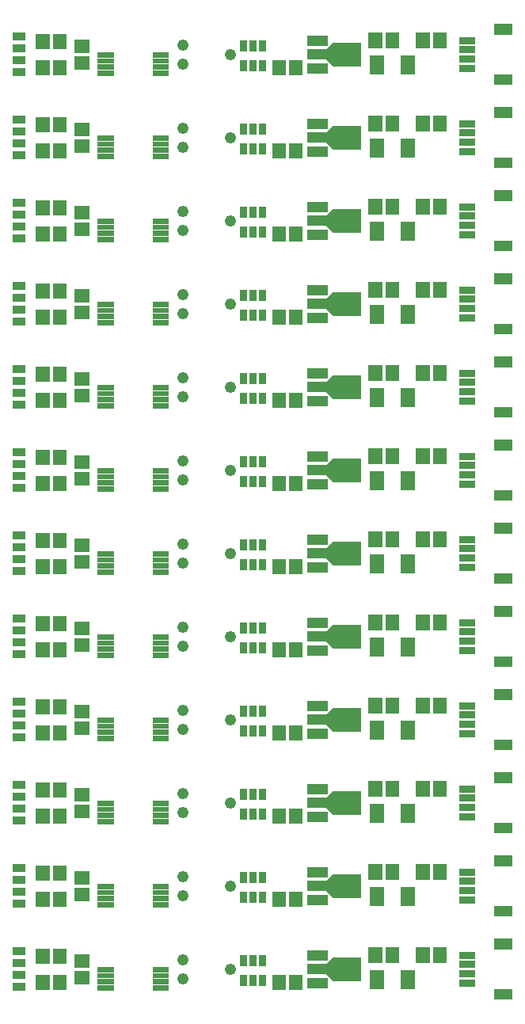
<source format=gbr>
G04 start of page 7 for group -4063 idx -4063 *
G04 Title: (unknown), componentmask *
G04 Creator: pcb 20140316 *
G04 CreationDate: Thu 02 Jul 2020 09:16:05 PM GMT UTC *
G04 For: railfan *
G04 Format: Gerber/RS-274X *
G04 PCB-Dimensions (mil): 2500.00 4300.00 *
G04 PCB-Coordinate-Origin: lower left *
%MOIN*%
%FSLAX25Y25*%
%LNTOPMASK*%
%ADD64R,0.0610X0.0610*%
%ADD63R,0.0300X0.0300*%
%ADD62R,0.0444X0.0444*%
%ADD61R,0.0296X0.0296*%
%ADD60C,0.0001*%
%ADD59R,0.1005X0.1005*%
%ADD58R,0.0438X0.0438*%
%ADD57R,0.0344X0.0344*%
%ADD56R,0.0230X0.0230*%
%ADD55R,0.0572X0.0572*%
%ADD54C,0.0490*%
G54D54*X121500Y302500D03*
Y267500D03*
Y232500D03*
Y197500D03*
X101500Y306500D03*
Y298500D03*
Y271500D03*
Y263500D03*
Y236500D03*
Y228500D03*
Y201500D03*
Y193500D03*
X121500Y372500D03*
X101500Y376500D03*
Y368500D03*
X121500Y337500D03*
X101500Y341500D03*
X121500Y407500D03*
X101500Y411500D03*
Y403500D03*
Y333500D03*
X121500Y162500D03*
Y127500D03*
Y92500D03*
Y57500D03*
X101500Y166500D03*
Y158500D03*
Y131500D03*
Y123500D03*
Y96500D03*
Y88500D03*
Y61500D03*
Y53500D03*
X121500Y22500D03*
X101500Y26500D03*
Y18500D03*
G54D55*X58607Y333957D02*X59393D01*
X58607Y341043D02*X59393D01*
X49543Y332393D02*Y331607D01*
Y343393D02*Y342607D01*
G54D56*X66583Y337338D02*X71189D01*
X67500D02*X70500D01*
X66583Y334779D02*X71189D01*
X67500D02*X70500D01*
X66583Y332221D02*X71189D01*
X67500D02*X70500D01*
X66583Y329662D02*X71189D01*
X67500D02*X70500D01*
G54D57*X31419Y330000D02*X33337D01*
G54D55*X42457Y332393D02*Y331607D01*
G54D57*X31419Y335000D02*X33337D01*
X31419Y340000D02*X33337D01*
X31419Y345000D02*X33337D01*
G54D55*X42457Y343393D02*Y342607D01*
X58607Y298957D02*X59393D01*
X58607Y306043D02*X59393D01*
X49543Y297393D02*Y296607D01*
Y308393D02*Y307607D01*
G54D56*X66583Y302338D02*X71189D01*
X67500D02*X70500D01*
X66583Y299779D02*X71189D01*
X67500D02*X70500D01*
X66583Y297221D02*X71189D01*
X67500D02*X70500D01*
X66583Y294662D02*X71189D01*
X67500D02*X70500D01*
G54D57*X31419Y295000D02*X33337D01*
X31419Y300000D02*X33337D01*
X31419Y305000D02*X33337D01*
X31419Y310000D02*X33337D01*
G54D55*X42457Y297393D02*Y296607D01*
Y308393D02*Y307607D01*
G54D58*X156016Y378406D02*X160110D01*
X156016Y372500D02*X167826D01*
X156016Y366594D02*X160110D01*
G54D55*X149043Y367393D02*Y366607D01*
X141957Y367393D02*Y366607D01*
G54D59*X169560Y372500D02*X171450D01*
G54D60*G36*
X161571Y374385D02*X164835Y377649D01*
X166679Y375805D01*
X163415Y372541D01*
X161571Y374385D01*
G37*
G36*
X163415Y372459D02*X166679Y369195D01*
X164835Y367351D01*
X161571Y370615D01*
X163415Y372459D01*
G37*
G54D61*X219130Y331594D02*X222870D01*
X219130Y335531D02*X222870D01*
X219130Y339469D02*X222870D01*
X219130Y343406D02*X222870D01*
G54D55*X202457Y343893D02*Y343107D01*
X209543Y343893D02*Y343107D01*
G54D62*X234632Y326919D02*X237880D01*
X234632Y313081D02*X237880D01*
G54D61*X219130Y296594D02*X222870D01*
X219130Y300531D02*X222870D01*
X219130Y304469D02*X222870D01*
X219130Y308406D02*X222870D01*
G54D62*X234632Y291919D02*X237880D01*
G54D58*X156016Y343406D02*X160110D01*
X156016Y337500D02*X167826D01*
G54D59*X169560D02*X171450D01*
G54D60*G36*
X161571Y339385D02*X164835Y342649D01*
X166679Y340805D01*
X163415Y337541D01*
X161571Y339385D01*
G37*
G36*
X163415Y337459D02*X166679Y334195D01*
X164835Y332351D01*
X161571Y335615D01*
X163415Y337459D01*
G37*
G54D58*X156016Y331594D02*X160110D01*
G54D55*X149043Y332393D02*Y331607D01*
X141957Y332393D02*Y331607D01*
G54D58*X156016Y308406D02*X160110D01*
X156016Y302500D02*X167826D01*
G54D59*X169560D02*X171450D01*
G54D60*G36*
X161571Y304385D02*X164835Y307649D01*
X166679Y305805D01*
X163415Y302541D01*
X161571Y304385D01*
G37*
G36*
X163415Y302459D02*X166679Y299195D01*
X164835Y297351D01*
X161571Y300615D01*
X163415Y302459D01*
G37*
G54D58*X156016Y296594D02*X160110D01*
G54D56*X89811Y364662D02*X94417D01*
X90500D02*X93500D01*
X89811Y367221D02*X94417D01*
X90500D02*X93500D01*
X89811Y329662D02*X94417D01*
X89811Y332221D02*X94417D01*
X90500Y329662D02*X93500D01*
X90500Y332221D02*X93500D01*
X89811Y334779D02*X94417D01*
X89811Y337338D02*X94417D01*
X90500Y334779D02*X93500D01*
X90500Y337338D02*X93500D01*
G54D63*X134900Y341800D02*Y340200D01*
X131000Y341800D02*Y340200D01*
X127100Y341800D02*Y340200D01*
Y333600D02*Y332000D01*
X131000Y333600D02*Y332000D01*
Y306800D02*Y305200D01*
X127100Y306800D02*Y305200D01*
Y298600D02*Y297000D01*
X131000Y298600D02*Y297000D01*
G54D57*X31419Y400000D02*X33337D01*
X31419Y405000D02*X33337D01*
X31419Y410000D02*X33337D01*
X31419Y415000D02*X33337D01*
G54D55*X42457Y413393D02*Y412607D01*
X49543Y413393D02*Y412607D01*
X42457Y402393D02*Y401607D01*
X49543Y402393D02*Y401607D01*
X58607Y403957D02*X59393D01*
X58607Y411043D02*X59393D01*
G54D56*X66583Y407338D02*X71189D01*
X66583Y404779D02*X71189D01*
X67500Y407338D02*X70500D01*
X67500Y404779D02*X70500D01*
X66583Y402221D02*X71189D01*
X66583Y399662D02*X71189D01*
X67500Y402221D02*X70500D01*
X67500Y399662D02*X70500D01*
G54D57*X31419Y365000D02*X33337D01*
X31419Y370000D02*X33337D01*
G54D55*X42457Y367393D02*Y366607D01*
Y378393D02*Y377607D01*
G54D57*X31419Y375000D02*X33337D01*
X31419Y380000D02*X33337D01*
G54D55*X58607Y368957D02*X59393D01*
X58607Y376043D02*X59393D01*
X49543Y367393D02*Y366607D01*
Y378393D02*Y377607D01*
G54D56*X66583Y372338D02*X71189D01*
X66583Y369779D02*X71189D01*
X67500Y372338D02*X70500D01*
X67500Y369779D02*X70500D01*
X66583Y367221D02*X71189D01*
X66583Y364662D02*X71189D01*
X67500Y367221D02*X70500D01*
X67500Y364662D02*X70500D01*
G54D64*X196000Y404000D02*Y402000D01*
X183000Y404000D02*Y402000D01*
G54D55*X182457Y413893D02*Y413107D01*
X189543Y413893D02*Y413107D01*
G54D64*X196000Y369000D02*Y367000D01*
X183000Y369000D02*Y367000D01*
G54D55*X189543Y378893D02*Y378107D01*
X182457Y378893D02*Y378107D01*
G54D64*X196000Y334000D02*Y332000D01*
Y299000D02*Y297000D01*
G54D55*X202457Y308893D02*Y308107D01*
X209543Y308893D02*Y308107D01*
G54D64*X183000Y334000D02*Y332000D01*
G54D55*X182457Y343893D02*Y343107D01*
X189543Y343893D02*Y343107D01*
G54D64*X183000Y299000D02*Y297000D01*
G54D55*X182457Y308893D02*Y308107D01*
X189543Y308893D02*Y308107D01*
G54D58*X156016Y413406D02*X160110D01*
X156016Y407500D02*X167826D01*
G54D59*X169560D02*X171450D01*
G54D60*G36*
X161571Y409385D02*X164835Y412649D01*
X166679Y410805D01*
X163415Y407541D01*
X161571Y409385D01*
G37*
G36*
X163415Y407459D02*X166679Y404195D01*
X164835Y402351D01*
X161571Y405615D01*
X163415Y407459D01*
G37*
G54D58*X156016Y401594D02*X160110D01*
G54D55*X149043Y402393D02*Y401607D01*
X141957Y402393D02*Y401607D01*
X149043Y297393D02*Y296607D01*
X141957Y297393D02*Y296607D01*
G54D61*X219130Y401594D02*X222870D01*
X219130Y405531D02*X222870D01*
X219130Y409469D02*X222870D01*
X219130Y413406D02*X222870D01*
G54D62*X234632Y396919D02*X237880D01*
X234632Y418081D02*X237880D01*
G54D55*X202457Y413893D02*Y413107D01*
X209543Y413893D02*Y413107D01*
G54D61*X219130Y366594D02*X222870D01*
X219130Y370531D02*X222870D01*
G54D62*X234632Y361919D02*X237880D01*
G54D61*X219130Y374469D02*X222870D01*
G54D55*X202457Y378893D02*Y378107D01*
X209543Y378893D02*Y378107D01*
G54D61*X219130Y378406D02*X222870D01*
G54D62*X234632Y383081D02*X237880D01*
X234632Y348081D02*X237880D01*
G54D63*X134900Y411800D02*Y410200D01*
X131000Y411800D02*Y410200D01*
X127100Y411800D02*Y410200D01*
Y403600D02*Y402000D01*
X131000Y403600D02*Y402000D01*
X134900Y403600D02*Y402000D01*
G54D56*X89811Y399662D02*X94417D01*
X89811Y402221D02*X94417D01*
X90500Y399662D02*X93500D01*
X90500Y402221D02*X93500D01*
X89811Y404779D02*X94417D01*
X89811Y407338D02*X94417D01*
X90500Y404779D02*X93500D01*
X90500Y407338D02*X93500D01*
X89811Y369779D02*X94417D01*
X90500D02*X93500D01*
X89811Y372338D02*X94417D01*
X90500D02*X93500D01*
G54D63*X127100Y368600D02*Y367000D01*
X131000Y368600D02*Y367000D01*
X134900Y368600D02*Y367000D01*
Y376800D02*Y375200D01*
X131000Y376800D02*Y375200D01*
X127100Y376800D02*Y375200D01*
G54D55*X58607Y263957D02*X59393D01*
X58607Y271043D02*X59393D01*
X49543Y262393D02*Y261607D01*
Y273393D02*Y272607D01*
G54D56*X66583Y267338D02*X71189D01*
X67500D02*X70500D01*
X66583Y264779D02*X71189D01*
X67500D02*X70500D01*
X66583Y262221D02*X71189D01*
X67500D02*X70500D01*
X66583Y259662D02*X71189D01*
X67500D02*X70500D01*
G54D57*X31419Y260000D02*X33337D01*
X31419Y265000D02*X33337D01*
X31419Y270000D02*X33337D01*
X31419Y275000D02*X33337D01*
G54D55*X42457Y262393D02*Y261607D01*
Y273393D02*Y272607D01*
G54D57*X31419Y235000D02*X33337D01*
X31419Y240000D02*X33337D01*
G54D55*X42457Y238393D02*Y237607D01*
X58607Y228957D02*X59393D01*
X58607Y236043D02*X59393D01*
X49543Y227393D02*Y226607D01*
Y238393D02*Y237607D01*
G54D56*X66583Y232338D02*X71189D01*
X67500D02*X70500D01*
X66583Y229779D02*X71189D01*
X67500D02*X70500D01*
X66583Y227221D02*X71189D01*
X67500D02*X70500D01*
X66583Y224662D02*X71189D01*
X67500D02*X70500D01*
G54D64*X196000Y264000D02*Y262000D01*
G54D55*X202457Y273893D02*Y273107D01*
X209543Y273893D02*Y273107D01*
G54D64*X183000Y264000D02*Y262000D01*
G54D55*X182457Y273893D02*Y273107D01*
X189543Y273893D02*Y273107D01*
X182457Y238893D02*Y238107D01*
X189543Y238893D02*Y238107D01*
G54D61*X219130Y261594D02*X222870D01*
X219130Y265531D02*X222870D01*
X219130Y269469D02*X222870D01*
X219130Y273406D02*X222870D01*
G54D62*X234632Y256919D02*X237880D01*
X234632Y278081D02*X237880D01*
G54D58*X156016Y273406D02*X160110D01*
X156016Y267500D02*X167826D01*
G54D59*X169560D02*X171450D01*
G54D60*G36*
X161571Y269385D02*X164835Y272649D01*
X166679Y270805D01*
X163415Y267541D01*
X161571Y269385D01*
G37*
G36*
X163415Y267459D02*X166679Y264195D01*
X164835Y262351D01*
X161571Y265615D01*
X163415Y267459D01*
G37*
G54D58*X156016Y261594D02*X160110D01*
G54D55*X149043Y262393D02*Y261607D01*
X141957Y262393D02*Y261607D01*
G54D64*X196000Y229000D02*Y227000D01*
G54D61*X219130Y226594D02*X222870D01*
X219130Y230531D02*X222870D01*
X219130Y234469D02*X222870D01*
X219130Y238406D02*X222870D01*
G54D55*X202457Y238893D02*Y238107D01*
X209543Y238893D02*Y238107D01*
G54D62*X234632Y221919D02*X237880D01*
X234632Y243081D02*X237880D01*
X234632Y208081D02*X237880D01*
G54D64*X183000Y229000D02*Y227000D01*
G54D55*X182457Y203893D02*Y203107D01*
X189543Y203893D02*Y203107D01*
G54D56*X89811Y294662D02*X94417D01*
X90500D02*X93500D01*
X89811Y297221D02*X94417D01*
X89811Y299779D02*X94417D01*
X89811Y302338D02*X94417D01*
X90500Y297221D02*X93500D01*
X90500Y299779D02*X93500D01*
X90500Y302338D02*X93500D01*
X89811Y259662D02*X94417D01*
X89811Y262221D02*X94417D01*
X90500Y259662D02*X93500D01*
X90500Y262221D02*X93500D01*
X89811Y264779D02*X94417D01*
X89811Y267338D02*X94417D01*
X90500Y264779D02*X93500D01*
X90500Y267338D02*X93500D01*
G54D63*X134900Y333600D02*Y332000D01*
Y306800D02*Y305200D01*
Y298600D02*Y297000D01*
Y271800D02*Y270200D01*
X131000Y271800D02*Y270200D01*
X127100Y271800D02*Y270200D01*
Y263600D02*Y262000D01*
X131000Y263600D02*Y262000D01*
X134900Y263600D02*Y262000D01*
G54D57*X31419Y225000D02*X33337D01*
G54D55*X42457Y227393D02*Y226607D01*
G54D57*X31419Y230000D02*X33337D01*
X31419Y200000D02*X33337D01*
X31419Y205000D02*X33337D01*
G54D55*X42457Y203393D02*Y202607D01*
X49543Y203393D02*Y202607D01*
G54D57*X31419Y190000D02*X33337D01*
X31419Y195000D02*X33337D01*
G54D55*X42457Y192393D02*Y191607D01*
X49543Y192393D02*Y191607D01*
X58607Y193957D02*X59393D01*
X58607Y201043D02*X59393D01*
G54D56*X66583Y197338D02*X71189D01*
X66583Y194779D02*X71189D01*
X67500Y197338D02*X70500D01*
X67500Y194779D02*X70500D01*
X66583Y192221D02*X71189D01*
X66583Y189662D02*X71189D01*
X67500Y192221D02*X70500D01*
X67500Y189662D02*X70500D01*
G54D58*X156016Y238406D02*X160110D01*
X156016Y232500D02*X167826D01*
G54D59*X169560D02*X171450D01*
G54D60*G36*
X161571Y234385D02*X164835Y237649D01*
X166679Y235805D01*
X163415Y232541D01*
X161571Y234385D01*
G37*
G36*
X163415Y232459D02*X166679Y229195D01*
X164835Y227351D01*
X161571Y230615D01*
X163415Y232459D01*
G37*
G54D58*X156016Y226594D02*X160110D01*
G54D55*X149043Y227393D02*Y226607D01*
X141957Y227393D02*Y226607D01*
G54D61*X219130Y191594D02*X222870D01*
G54D62*X234632Y186919D02*X237880D01*
G54D61*X219130Y195531D02*X222870D01*
X219130Y199469D02*X222870D01*
X219130Y203406D02*X222870D01*
G54D55*X202457Y203893D02*Y203107D01*
X209543Y203893D02*Y203107D01*
G54D61*X219130Y160531D02*X222870D01*
X219130Y164469D02*X222870D01*
X219130Y168406D02*X222870D01*
G54D62*X234632Y173081D02*X237880D01*
G54D55*X202457Y168893D02*Y168107D01*
X209543Y168893D02*Y168107D01*
G54D58*X156016Y203406D02*X160110D01*
X156016Y197500D02*X167826D01*
G54D59*X169560D02*X171450D01*
G54D60*G36*
X161571Y199385D02*X164835Y202649D01*
X166679Y200805D01*
X163415Y197541D01*
X161571Y199385D01*
G37*
G36*
X163415Y197459D02*X166679Y194195D01*
X164835Y192351D01*
X161571Y195615D01*
X163415Y197459D01*
G37*
G54D58*X156016Y191594D02*X160110D01*
G54D55*X149043Y192393D02*Y191607D01*
X141957Y192393D02*Y191607D01*
G54D56*X89811Y224662D02*X94417D01*
X90500D02*X93500D01*
X89811Y227221D02*X94417D01*
X89811Y229779D02*X94417D01*
X89811Y232338D02*X94417D01*
X90500Y227221D02*X93500D01*
X90500Y229779D02*X93500D01*
X90500Y232338D02*X93500D01*
X89811Y189662D02*X94417D01*
X89811Y192221D02*X94417D01*
X90500Y189662D02*X93500D01*
X90500Y192221D02*X93500D01*
X89811Y194779D02*X94417D01*
X89811Y197338D02*X94417D01*
X90500Y194779D02*X93500D01*
X90500Y197338D02*X93500D01*
G54D63*X131000Y236800D02*Y235200D01*
Y201800D02*Y200200D01*
Y193600D02*Y192000D01*
X127100Y236800D02*Y235200D01*
Y228600D02*Y227000D01*
Y201800D02*Y200200D01*
Y193600D02*Y192000D01*
X131000Y228600D02*Y227000D01*
X134900Y228600D02*Y227000D01*
Y236800D02*Y235200D01*
Y201800D02*Y200200D01*
Y193600D02*Y192000D01*
Y166800D02*Y165200D01*
Y158600D02*Y157000D01*
Y131800D02*Y130200D01*
G54D57*X31419Y155000D02*X33337D01*
X31419Y160000D02*X33337D01*
G54D55*X42457Y157393D02*Y156607D01*
Y168393D02*Y167607D01*
G54D57*X31419Y165000D02*X33337D01*
X31419Y170000D02*X33337D01*
G54D55*X58607Y158957D02*X59393D01*
X58607Y166043D02*X59393D01*
X49543Y157393D02*Y156607D01*
Y168393D02*Y167607D01*
G54D56*X66583Y162338D02*X71189D01*
X66583Y159779D02*X71189D01*
X67500Y162338D02*X70500D01*
X67500Y159779D02*X70500D01*
X66583Y157221D02*X71189D01*
X66583Y154662D02*X71189D01*
X67500Y157221D02*X70500D01*
X67500Y154662D02*X70500D01*
G54D55*X58607Y123957D02*X59393D01*
X58607Y131043D02*X59393D01*
X49543Y122393D02*Y121607D01*
Y133393D02*Y132607D01*
G54D56*X66583Y127338D02*X71189D01*
X67500D02*X70500D01*
X66583Y124779D02*X71189D01*
X67500D02*X70500D01*
X66583Y122221D02*X71189D01*
X67500D02*X70500D01*
X66583Y119662D02*X71189D01*
X67500D02*X70500D01*
G54D57*X31419Y120000D02*X33337D01*
G54D55*X42457Y122393D02*Y121607D01*
G54D57*X31419Y125000D02*X33337D01*
X31419Y130000D02*X33337D01*
X31419Y135000D02*X33337D01*
G54D55*X42457Y133393D02*Y132607D01*
G54D63*X131000Y166800D02*Y165200D01*
X127100Y166800D02*Y165200D01*
Y158600D02*Y157000D01*
X131000Y158600D02*Y157000D01*
Y131800D02*Y130200D01*
X127100Y131800D02*Y130200D01*
Y123600D02*Y122000D01*
X131000Y123600D02*Y122000D01*
G54D56*X89811Y154662D02*X94417D01*
X90500D02*X93500D01*
X89811Y157221D02*X94417D01*
X89811Y159779D02*X94417D01*
X89811Y162338D02*X94417D01*
X90500Y157221D02*X93500D01*
X90500Y159779D02*X93500D01*
X90500Y162338D02*X93500D01*
X89811Y119662D02*X94417D01*
X89811Y122221D02*X94417D01*
X90500Y119662D02*X93500D01*
X90500Y122221D02*X93500D01*
X89811Y124779D02*X94417D01*
X89811Y127338D02*X94417D01*
X90500Y124779D02*X93500D01*
X90500Y127338D02*X93500D01*
G54D63*X134900Y123600D02*Y122000D01*
Y96800D02*Y95200D01*
X131000Y96800D02*Y95200D01*
X127100Y96800D02*Y95200D01*
Y88600D02*Y87000D01*
X131000Y88600D02*Y87000D01*
X134900Y88600D02*Y87000D01*
Y61800D02*Y60200D01*
Y26800D02*Y25200D01*
Y18600D02*Y17000D01*
X131000Y61800D02*Y60200D01*
Y26800D02*Y25200D01*
X127100Y26800D02*Y25200D01*
Y18600D02*Y17000D01*
X131000Y18600D02*Y17000D01*
X127100Y61800D02*Y60200D01*
Y53600D02*Y52000D01*
X131000Y53600D02*Y52000D01*
X134900Y53600D02*Y52000D01*
G54D56*X89811Y84662D02*X94417D01*
X90500D02*X93500D01*
X89811Y87221D02*X94417D01*
X89811Y89779D02*X94417D01*
X89811Y92338D02*X94417D01*
X90500Y87221D02*X93500D01*
X90500Y89779D02*X93500D01*
X90500Y92338D02*X93500D01*
X89811Y49662D02*X94417D01*
X89811Y52221D02*X94417D01*
X90500Y49662D02*X93500D01*
X90500Y52221D02*X93500D01*
X89811Y54779D02*X94417D01*
X89811Y57338D02*X94417D01*
X90500Y54779D02*X93500D01*
X90500Y57338D02*X93500D01*
X89811Y14662D02*X94417D01*
X90500D02*X93500D01*
X89811Y17221D02*X94417D01*
X89811Y19779D02*X94417D01*
X89811Y22338D02*X94417D01*
X90500Y17221D02*X93500D01*
X90500Y19779D02*X93500D01*
X90500Y22338D02*X93500D01*
G54D64*X196000Y194000D02*Y192000D01*
X183000Y194000D02*Y192000D01*
G54D55*X182457Y168893D02*Y168107D01*
X189543Y168893D02*Y168107D01*
G54D64*X196000Y159000D02*Y157000D01*
X183000Y159000D02*Y157000D01*
X196000Y124000D02*Y122000D01*
X183000Y124000D02*Y122000D01*
G54D55*X189543Y133893D02*Y133107D01*
X182457Y133893D02*Y133107D01*
G54D64*X196000Y89000D02*Y87000D01*
Y54000D02*Y52000D01*
G54D55*X189543Y63893D02*Y63107D01*
G54D64*X196000Y19000D02*Y17000D01*
G54D55*X189543Y28893D02*Y28107D01*
G54D64*X183000Y89000D02*Y87000D01*
Y54000D02*Y52000D01*
G54D55*X182457Y63893D02*Y63107D01*
G54D64*X183000Y19000D02*Y17000D01*
G54D55*X182457Y28893D02*Y28107D01*
Y98893D02*Y98107D01*
X189543Y98893D02*Y98107D01*
G54D58*X156016Y168406D02*X160110D01*
X156016Y162500D02*X167826D01*
G54D59*X169560D02*X171450D01*
G54D60*G36*
X161571Y164385D02*X164835Y167649D01*
X166679Y165805D01*
X163415Y162541D01*
X161571Y164385D01*
G37*
G36*
X163415Y162459D02*X166679Y159195D01*
X164835Y157351D01*
X161571Y160615D01*
X163415Y162459D01*
G37*
G54D58*X156016Y156594D02*X160110D01*
G54D55*X149043Y157393D02*Y156607D01*
X141957Y157393D02*Y156607D01*
G54D61*X219130Y156594D02*X222870D01*
G54D62*X234632Y151919D02*X237880D01*
G54D61*X219130Y121594D02*X222870D01*
X219130Y125531D02*X222870D01*
G54D62*X234632Y116919D02*X237880D01*
G54D61*X219130Y129469D02*X222870D01*
X219130Y133406D02*X222870D01*
G54D62*X234632Y138081D02*X237880D01*
G54D55*X202457Y133893D02*Y133107D01*
X209543Y133893D02*Y133107D01*
G54D62*X234632Y33081D02*X237880D01*
G54D55*X202457Y28893D02*Y28107D01*
X209543Y28893D02*Y28107D01*
G54D58*X156016Y133406D02*X160110D01*
X156016Y127500D02*X167826D01*
G54D59*X169560D02*X171450D01*
G54D60*G36*
X161571Y129385D02*X164835Y132649D01*
X166679Y130805D01*
X163415Y127541D01*
X161571Y129385D01*
G37*
G36*
X163415Y127459D02*X166679Y124195D01*
X164835Y122351D01*
X161571Y125615D01*
X163415Y127459D01*
G37*
G54D58*X156016Y121594D02*X160110D01*
G54D55*X149043Y122393D02*Y121607D01*
X141957Y122393D02*Y121607D01*
G54D58*X156016Y98406D02*X160110D01*
X156016Y92500D02*X167826D01*
G54D59*X169560D02*X171450D01*
G54D60*G36*
X161571Y94385D02*X164835Y97649D01*
X166679Y95805D01*
X163415Y92541D01*
X161571Y94385D01*
G37*
G36*
X163415Y92459D02*X166679Y89195D01*
X164835Y87351D01*
X161571Y90615D01*
X163415Y92459D01*
G37*
G54D58*X156016Y86594D02*X160110D01*
G54D55*X149043Y87393D02*Y86607D01*
X141957Y87393D02*Y86607D01*
G54D58*X156016Y63406D02*X160110D01*
X156016Y57500D02*X167826D01*
G54D59*X169560D02*X171450D01*
G54D60*G36*
X161571Y59385D02*X164835Y62649D01*
X166679Y60805D01*
X163415Y57541D01*
X161571Y59385D01*
G37*
G36*
X163415Y57459D02*X166679Y54195D01*
X164835Y52351D01*
X161571Y55615D01*
X163415Y57459D01*
G37*
G54D58*X156016Y51594D02*X160110D01*
G54D55*X149043Y52393D02*Y51607D01*
X141957Y52393D02*Y51607D01*
G54D58*X156016Y28406D02*X160110D01*
X156016Y22500D02*X167826D01*
G54D59*X169560D02*X171450D01*
G54D60*G36*
X161571Y24385D02*X164835Y27649D01*
X166679Y25805D01*
X163415Y22541D01*
X161571Y24385D01*
G37*
G36*
X163415Y22459D02*X166679Y19195D01*
X164835Y17351D01*
X161571Y20615D01*
X163415Y22459D01*
G37*
G54D58*X156016Y16594D02*X160110D01*
G54D55*X149043Y17393D02*Y16607D01*
X141957Y17393D02*Y16607D01*
X58607Y88957D02*X59393D01*
X58607Y96043D02*X59393D01*
X49543Y87393D02*Y86607D01*
Y98393D02*Y97607D01*
G54D56*X66583Y92338D02*X71189D01*
X67500D02*X70500D01*
X66583Y89779D02*X71189D01*
X67500D02*X70500D01*
X66583Y87221D02*X71189D01*
X67500D02*X70500D01*
X66583Y84662D02*X71189D01*
X67500D02*X70500D01*
G54D57*X31419Y85000D02*X33337D01*
X31419Y90000D02*X33337D01*
X31419Y95000D02*X33337D01*
X31419Y100000D02*X33337D01*
G54D55*X42457Y87393D02*Y86607D01*
Y98393D02*Y97607D01*
X58607Y53957D02*X59393D01*
X58607Y61043D02*X59393D01*
X49543Y52393D02*Y51607D01*
Y63393D02*Y62607D01*
G54D56*X66583Y57338D02*X71189D01*
X67500D02*X70500D01*
X66583Y54779D02*X71189D01*
X67500D02*X70500D01*
X66583Y52221D02*X71189D01*
X67500D02*X70500D01*
X66583Y49662D02*X71189D01*
X67500D02*X70500D01*
G54D57*X31419Y50000D02*X33337D01*
X31419Y55000D02*X33337D01*
X31419Y60000D02*X33337D01*
X31419Y65000D02*X33337D01*
G54D55*X42457Y52393D02*Y51607D01*
Y63393D02*Y62607D01*
G54D57*X31419Y15000D02*X33337D01*
G54D55*X42457Y17393D02*Y16607D01*
G54D57*X31419Y20000D02*X33337D01*
X31419Y25000D02*X33337D01*
X31419Y30000D02*X33337D01*
G54D55*X42457Y28393D02*Y27607D01*
X58607Y18957D02*X59393D01*
X58607Y26043D02*X59393D01*
X49543Y17393D02*Y16607D01*
Y28393D02*Y27607D01*
G54D56*X66583Y22338D02*X71189D01*
X67500D02*X70500D01*
X66583Y19779D02*X71189D01*
X67500D02*X70500D01*
X66583Y17221D02*X71189D01*
X67500D02*X70500D01*
X66583Y14662D02*X71189D01*
X67500D02*X70500D01*
G54D61*X219130Y86594D02*X222870D01*
G54D62*X234632Y81919D02*X237880D01*
G54D61*X219130Y90531D02*X222870D01*
X219130Y16594D02*X222870D01*
X219130Y20531D02*X222870D01*
X219130Y24469D02*X222870D01*
X219130Y28406D02*X222870D01*
X219130Y94469D02*X222870D01*
X219130Y98406D02*X222870D01*
G54D62*X234632Y103081D02*X237880D01*
G54D55*X202457Y98893D02*Y98107D01*
X209543Y98893D02*Y98107D01*
G54D61*X219130Y51594D02*X222870D01*
X219130Y55531D02*X222870D01*
X219130Y59469D02*X222870D01*
X219130Y63406D02*X222870D01*
G54D62*X234632Y46919D02*X237880D01*
X234632Y68081D02*X237880D01*
G54D55*X202457Y63893D02*Y63107D01*
X209543Y63893D02*Y63107D01*
G54D62*X234632Y11919D02*X237880D01*
M02*

</source>
